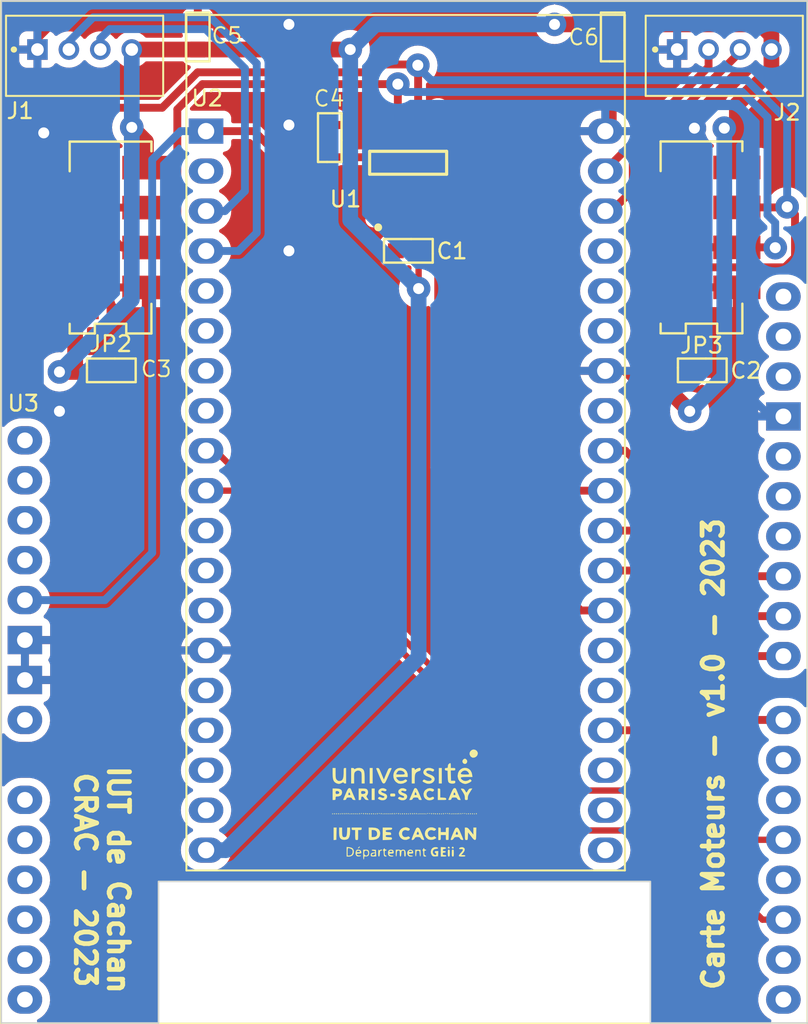
<source format=kicad_pcb>
(kicad_pcb (version 20221018) (generator pcbnew)
  (layers (0 "F.Cu" signal) (31 "B.Cu" signal) (34 "B.Paste" user) (35 "F.Paste" user) (36 "B.SilkS" user "B.Silkscreen") (37 "F.SilkS" user "F.Silkscreen") (38 "B.Mask" user) (39 "F.Mask" user) (44 "Edge.Cuts" user))
  (net 0 "")
  (net 1 "GND")
  (net 2 "+5V")
  (net 3 "/CAN_L")
  (net 4 "/CAN_H")
  (net 5 "/TX CAN")
  (net 6 "/RX CAN")
  (net 18 "+3V3")
  (net 19 "/M1 INA")
  (net 20 "/MOTD_CHA")
  (net 21 "/MOTD_CHB")
  (net 22 "/M1 INB")
  (net 23 "/M1PWM")
  (net 25 "/M1EN_DIAG")
  (net 26 "/M2INA")
  (net 27 "/M2INB")
  (net 28 "/M2PWM")
  (net 29 "/M2EN_DIAG")
  (net 35 "/MOTG_CHA")
  (net 36 "/MOTG_CHB")
  (footprint "Gamel_Trophy_v4re1.IntLib:0603-C" (layer "F.Cu") (at 147.74 78.41 -90)
    (fp_text reference "C4" (at -1.9 1.1 unlocked) (layer "F.SilkS") (effects (font (thickness 0.125)) (justify left bottom)))
    (fp_text value "100nF" hide)
    (pad "1" smd rect (at -0.799996 0.000003 270) (size 1 0.95) (layers "F.Cu" "F.Paste" "F.Mask") (net 1 "GND"))
    (pad "2" smd rect (at 0.800001 0.000003 270) (size 1 0.95) (layers "F.Cu" "F.Paste" "F.Mask") (net 18 "+3V3"))
  )
  (footprint "GROVE:SEEED_110990030" (layer "F.Cu") (at 172.84 72.81)
    (fp_text reference "J2" (at 4 4) (layer "F.SilkS"))
    (fp_text value "Autocom4" hide)
    (pad "1" thru_hole rect (at -3 0) (size 1.308 1.308) (drill 0.8) (layers "*.Cu" "*.Mask") (net 1 "GND"))
    (pad "2" thru_hole circle (at -1 0) (size 1.308 1.308) (drill 0.8) (layers "*.Cu" "*.Mask") (net 20 "/MOTD_CHA"))
    (pad "3" thru_hole circle (at 1 0) (size 1.308 1.308) (drill 0.8) (layers "*.Cu" "*.Mask") (net 21 "/MOTD_CHB"))
    (pad "4" thru_hole circle (at 3 0) (size 1.308 1.308) (drill 0.8) (layers "*.Cu" "*.Mask") (net 2 "+5V"))
  )
  (footprint "Gamel_Trophy_v4re1.IntLib:0603-C" (layer "F.Cu") (at 139.34 72.01 -90)
    (fp_text reference "C5" (at 0.5 -0.8 unlocked) (layer "F.SilkS") (effects (font (thickness 0.125)) (justify left bottom)))
    (fp_text value "100nF" hide)
    (pad "1" smd rect (at -0.799996 0.000003 270) (size 1 0.95) (layers "F.Cu" "F.Paste" "F.Mask") (net 1 "GND"))
    (pad "2" smd rect (at 0.800001 0.000003 270) (size 1 0.95) (layers "F.Cu" "F.Paste" "F.Mask") (net 2 "+5V"))
  )
  (footprint "FootprintGe2:MODULE_ESP32-DEVKITC-32D" (layer "F.Cu") (at 152.5675 97.76)
    (fp_text reference "U2" (at -12.6275 -21.85) (layer "F.SilkS") (effects (font (size 1.000386 1.000386))))
    (fp_text value "ESP32-DEVKITC-32D" hide)
    (pad "1" thru_hole rect (at -12.7 -19.76) (size 2.2 1.6) (drill 1.04) (layers "*.Cu" "*.Mask") (net 18 "+3V3"))
    (pad "2" thru_hole oval (at -12.7 -17.22) (size 2.2 1.6) (drill 1.04) (layers "*.Cu" "*.Mask"))
    (pad "3" thru_hole oval (at -12.7 -14.68) (size 2.2 1.6) (drill 1.04) (layers "*.Cu" "*.Mask") (net 36 "/MOTG_CHB"))
    (pad "4" thru_hole oval (at -12.7 -12.14) (size 2.2 1.6) (drill 1.04) (layers "*.Cu" "*.Mask") (net 35 "/MOTG_CHA"))
    (pad "5" thru_hole oval (at -12.7 -9.6) (size 2.2 1.6) (drill 1.04) (layers "*.Cu" "*.Mask"))
    (pad "6" thru_hole oval (at -12.7 -7.06) (size 2.2 1.6) (drill 1.04) (layers "*.Cu" "*.Mask"))
    (pad "7" thru_hole oval (at -12.7 -4.52) (size 2.2 1.6) (drill 1.04) (layers "*.Cu" "*.Mask"))
    (pad "8" thru_hole oval (at -12.7 -1.98) (size 2.2 1.6) (drill 1.04) (layers "*.Cu" "*.Mask"))
    (pad "9" thru_hole oval (at -12.7 0.56) (size 2.2 1.6) (drill 1.04) (layers "*.Cu" "*.Mask") (net 22 "/M1 INB"))
    (pad "10" thru_hole oval (at -12.7 3.1) (size 2.2 1.6) (drill 1.04) (layers "*.Cu" "*.Mask") (net 19 "/M1 INA"))
    (pad "11" thru_hole oval (at -12.7 5.64) (size 2.2 1.6) (drill 1.04) (layers "*.Cu" "*.Mask"))
    (pad "12" thru_hole oval (at -12.7 8.18) (size 2.2 1.6) (drill 1.04) (layers "*.Cu" "*.Mask"))
    (pad "13" thru_hole oval (at -12.7 10.72) (size 2.2 1.6) (drill 1.04) (layers "*.Cu" "*.Mask"))
    (pad "14" thru_hole oval (at -12.7 13.26) (size 2.2 1.6) (drill 1.04) (layers "*.Cu" "*.Mask") (net 1 "GND"))
    (pad "15" thru_hole oval (at -12.7 15.8) (size 2.2 1.6) (drill 1.04) (layers "*.Cu" "*.Mask"))
    (pad "16" thru_hole oval (at -12.7 18.34) (size 2.2 1.6) (drill 1.04) (layers "*.Cu" "*.Mask"))
    (pad "17" thru_hole oval (at -12.7 20.88) (size 2.2 1.6) (drill 1.04) (layers "*.Cu" "*.Mask"))
    (pad "18" thru_hole oval (at -12.7 23.42) (size 2.2 1.6) (drill 1.04) (layers "*.Cu" "*.Mask"))
    (pad "19" thru_hole oval (at -12.7 25.96) (size 2.2 1.6) (drill 1.04) (layers "*.Cu" "*.Mask") (net 2 "+5V"))
    (pad "20" thru_hole oval (at 12.7 -19.76) (size 2.2 1.6) (drill 1.04) (layers "*.Cu" "*.Mask") (net 1 "GND"))
    (pad "21" thru_hole oval (at 12.7 -17.22) (size 2.2 1.6) (drill 1.04) (layers "*.Cu" "*.Mask") (net 20 "/MOTD_CHA"))
    (pad "22" thru_hole oval (at 12.7 -14.68) (size 2.2 1.6) (drill 1.04) (layers "*.Cu" "*.Mask") (net 21 "/MOTD_CHB"))
    (pad "23" thru_hole oval (at 12.7 -12.14) (size 2.2 1.6) (drill 1.04) (layers "*.Cu" "*.Mask"))
    (pad "24" thru_hole oval (at 12.7 -9.6) (size 2.2 1.6) (drill 1.04) (layers "*.Cu" "*.Mask"))
    (pad "25" thru_hole oval (at 12.7 -7.06) (size 2.2 1.6) (drill 1.04) (layers "*.Cu" "*.Mask"))
    (pad "26" thru_hole oval (at 12.7 -4.52) (size 2.2 1.6) (drill 1.04) (layers "*.Cu" "*.Mask") (net 1 "GND"))
    (pad "27" thru_hole oval (at 12.7 -1.98) (size 2.2 1.6) (drill 1.04) (layers "*.Cu" "*.Mask"))
    (pad "28" thru_hole oval (at 12.7 0.56) (size 2.2 1.6) (drill 1.04) (layers "*.Cu" "*.Mask") (net 28 "/M2PWM"))
    (pad "29" thru_hole oval (at 12.7 3.1) (size 2.2 1.6) (drill 1.04) (layers "*.Cu" "*.Mask") (net 5 "/TX CAN"))
    (pad "30" thru_hole oval (at 12.7 5.64) (size 2.2 1.6) (drill 1.04) (layers "*.Cu" "*.Mask") (net 23 "/M1PWM"))
    (pad "31" thru_hole oval (at 12.7 8.18) (size 2.2 1.6) (drill 1.04) (layers "*.Cu" "*.Mask") (net 27 "/M2INB"))
    (pad "32" thru_hole oval (at 12.7 10.72) (size 2.2 1.6) (drill 1.04) (layers "*.Cu" "*.Mask") (net 6 "/RX CAN"))
    (pad "33" thru_hole oval (at 12.7 13.26) (size 2.2 1.6) (drill 1.04) (layers "*.Cu" "*.Mask"))
    (pad "34" thru_hole oval (at 12.7 15.8) (size 2.2 1.6) (drill 1.04) (layers "*.Cu" "*.Mask"))
    (pad "35" thru_hole oval (at 12.7 18.34) (size 2.2 1.6) (drill 1.04) (layers "*.Cu" "*.Mask") (net 26 "/M2INA"))
    (pad "36" thru_hole oval (at 12.7 20.88) (size 2.2 1.6) (drill 1.04) (layers "*.Cu" "*.Mask"))
    (pad "37" thru_hole oval (at 12.7 23.42) (size 2.2 1.6) (drill 1.04) (layers "*.Cu" "*.Mask"))
    (pad "38" thru_hole oval (at 12.7 25.96) (size 2.2 1.6) (drill 1.04) (layers "*.Cu" "*.Mask"))
  )
  (footprint "new:logo" (layer "F.Cu") (at 152.54 121.71)
    (fp_text reference "G***" hide)
    (fp_text value "LOGO" hide)
  )
  (footprint "C:_ProgramData_Altium_Altium Designer {91CCA5E7-F8A9-4A8E-AA86-1D88F44FA42C}_VaultsFileCache_B7D15EC3-160A-466F-A46C-7801FE6295A7_FB88017A-93AF-48E0-A4ED-AC0901C9B691_Released_FP-C04-057-SN-IPC_A.PcbLib_FP-C04-057-SN-IPC_A" (layer "F.Cu") (at 152.725 80.01 90)
    (fp_text reference "U1" (at -2.9 -5.085 unlocked) (layer "F.SilkS") (effects (justify left bottom)))
    (fp_text value "MCP2562FDT-E/SN" hide)
    (pad "1" smd rect (at -2.417531 -1.905 90) (size 2.377069 0.622132) (layers "F.Cu" "F.Paste" "F.Mask") (net 5 "/TX CAN"))
    (pad "2" smd roundrect (at -2.417531 -0.635 90) (size 2.377069 0.622132) (layers "F.Cu" "F.Paste" "F.Mask") (roundrect_rratio 0.5) (net 1 "GND"))
    (pad "3" smd roundrect (at -2.417531 0.635 90) (size 2.377069 0.622132) (layers "F.Cu" "F.Paste" "F.Mask") (roundrect_rratio 0.5) (net 2 "+5V"))
    (pad "4" smd roundrect (at -2.417531 1.905 90) (size 2.377069 0.622132) (layers "F.Cu" "F.Paste" "F.Mask") (roundrect_rratio 0.5) (net 6 "/RX CAN"))
    (pad "5" smd roundrect (at 2.417531 1.905 90) (size 2.377069 0.622132) (layers "F.Cu" "F.Paste" "F.Mask") (roundrect_rratio 0.5) (net 18 "+3V3"))
    (pad "6" smd roundrect (at 2.417531 0.635 90) (size 2.377069 0.622132) (layers "F.Cu" "F.Paste" "F.Mask") (roundrect_rratio 0.5) (net 3 "/CAN_L"))
    (pad "7" smd roundrect (at 2.417531 -0.635 90) (size 2.377069 0.622132) (layers "F.Cu" "F.Paste" "F.Mask") (roundrect_rratio 0.5) (net 4 "/CAN_H"))
    (pad "8" smd roundrect (at 2.417531 -1.905 90) (size 2.377069 0.622132) (layers "F.Cu" "F.Paste" "F.Mask") (roundrect_rratio 0.5) (net 1 "GND"))
  )
  (footprint "Gamel_Trophy_v4re1.IntLib:0603-C" (layer "F.Cu") (at 133.84 93.21 180)
    (fp_text reference "C3" (at -1.8 -0.5 unlocked) (layer "F.SilkS") (effects (font (thickness 0.125)) (justify left bottom)))
    (fp_text value "100nF" hide)
    (pad "1" smd rect (at -0.799996 0.000003 180) (size 1 0.95) (layers "F.Cu" "F.Paste" "F.Mask") (net 1 "GND"))
    (pad "2" smd rect (at 0.800001 0.000003 180) (size 1 0.95) (layers "F.Cu" "F.Paste" "F.Mask") (net 2 "+5V"))
  )
  (footprint "Gamel_Trophy_v4re1.IntLib:0603-C" (layer "F.Cu") (at 165.74 72.01 90)
    (fp_text reference "C6" (at -0.6 -2.9 unlocked) (layer "F.SilkS") (effects (font (thickness 0.125)) (justify left bottom)))
    (fp_text value "100nF" hide)
    (pad "1" smd rect (at -0.799996 0.000003 90) (size 1 0.95) (layers "F.Cu" "F.Paste" "F.Mask") (net 1 "GND"))
    (pad "2" smd rect (at 0.800001 0.000003 90) (size 1 0.95) (layers "F.Cu" "F.Paste" "F.Mask") (net 2 "+5V"))
  )
  (footprint "micromatch 8P.PcbLib:MM 8 CMS F" (layer "F.Cu") (at 131.54 89.21 -90)
    (fp_text reference "JP2" (at 2.9 -0.8 unlocked) (layer "F.SilkS") (effects (justify left bottom)))
    (fp_text value "Micromatch 8" hide)
    (pad "1" smd rect (at 0 0 270) (size 1.5 3) (layers "F.Cu" "F.Paste" "F.Mask") (net 2 "+5V"))
    (pad "2" smd rect (at -1.27 -4.500001 270) (size 1.5 3) (layers "F.Cu" "F.Paste" "F.Mask") (net 1 "GND"))
    (pad "3" smd rect (at -2.54 0 270) (size 1.5 3) (layers "F.Cu" "F.Paste" "F.Mask") (net 3 "/CAN_L"))
    (pad "4" smd rect (at -3.81 -4.500001 270) (size 1.5 3) (layers "F.Cu" "F.Paste" "F.Mask") (net 4 "/CAN_H"))
    (pad "5" smd rect (at -5.08 0 270) (size 1.5 3) (layers "F.Cu" "F.Paste" "F.Mask") (net 4 "/CAN_H"))
    (pad "6" smd rect (at -6.35 -4.500001 270) (size 1.5 3) (layers "F.Cu" "F.Paste" "F.Mask") (net 3 "/CAN_L"))
    (pad "7" smd rect (at -7.62 0 270) (size 1.499997 3) (layers "F.Cu" "F.Paste" "F.Mask") (net 1 "GND"))
    (pad "8" smd rect (at -8.89 -4.500001 270) (size 1.499997 3) (layers "F.Cu" "F.Paste" "F.Mask") (net 2 "+5V"))
  )
  (footprint "Gamel_Trophy_v4re1.IntLib:0603-C" (layer "F.Cu") (at 171.44 93.21 180)
    (fp_text reference "C2" (at -1.7 -0.6 unlocked) (layer "F.SilkS") (effects (justify left bottom)))
    (fp_text value "100nF" hide)
    (pad "1" smd rect (at -0.799996 0.000003 180) (size 1 0.95) (layers "F.Cu" "F.Paste" "F.Mask") (net 1 "GND"))
    (pad "2" smd rect (at 0.800001 0.000003 180) (size 1 0.95) (layers "F.Cu" "F.Paste" "F.Mask") (net 2 "+5V"))
  )
  (footprint "GROVE:SEEED_110990030" (layer "F.Cu") (at 132.14 72.81)
    (fp_text reference "J1" (at -4.1 3.9) (layer "F.SilkS"))
    (fp_text value "Autocom4")
    (pad "1" thru_hole rect (at -3 0) (size 1.308 1.308) (drill 0.8) (layers "*.Cu" "*.Mask") (net 1 "GND"))
    (pad "2" thru_hole circle (at -1 0) (size 1.308 1.308) (drill 0.8) (layers "*.Cu" "*.Mask") (net 35 "/MOTG_CHA"))
    (pad "3" thru_hole circle (at 1 0) (size 1.308 1.308) (drill 0.8) (layers "*.Cu" "*.Mask") (net 36 "/MOTG_CHB"))
    (pad "4" thru_hole circle (at 3 0) (size 1.308 1.308) (drill 0.8) (layers "*.Cu" "*.Mask") (net 2 "+5V"))
  )
  (footprint "micromatch 8P.PcbLib:MM 8 CMS F" (layer "F.Cu") (at 169.139998 89.2 -90)
    (fp_text reference "JP3" (at 3.01 -0.800002 unlocked) (layer "F.SilkS") (effects (justify left bottom)))
    (fp_text value "Micromatch 8" hide)
    (pad "1" smd rect (at 0 0 270) (size 1.5 3) (layers "F.Cu" "F.Paste" "F.Mask") (net 2 "+5V"))
    (pad "2" smd rect (at -1.27 -4.500002 270) (size 1.5 3) (layers "F.Cu" "F.Paste" "F.Mask") (net 1 "GND"))
    (pad "3" smd rect (at -2.54 0 270) (size 1.5 3) (layers "F.Cu" "F.Paste" "F.Mask") (net 3 "/CAN_L"))
    (pad "4" smd rect (at -3.81 -4.500002 270) (size 1.5 3) (layers "F.Cu" "F.Paste" "F.Mask") (net 4 "/CAN_H"))
    (pad "5" smd rect (at -5.08 0 270) (size 1.5 3) (layers "F.Cu" "F.Paste" "F.Mask") (net 4 "/CAN_H"))
    (pad "6" smd rect (at -6.35 -4.500002 270) (size 1.5 3) (layers "F.Cu" "F.Paste" "F.Mask") (net 3 "/CAN_L"))
    (pad "7" smd rect (at -7.62 0 270) (size 1.499997 3) (layers "F.Cu" "F.Paste" "F.Mask") (net 1 "GND"))
    (pad "8" smd rect (at -8.89 -4.500002 270) (size 1.499997 3) (layers "F.Cu" "F.Paste" "F.Mask") (net 2 "+5V"))
  )
  (footprint "Gamel_Trophy_v4re1.IntLib:0603-C" (layer "F.Cu") (at 152.74 85.609977)
    (fp_text reference "C1" (at 1.7 0.600023 unlocked) (layer "F.SilkS") (effects (justify left bottom)))
    (fp_text value "100nF" hide)
    (pad "1" smd rect (at -0.799996 0.000003) (size 1 0.95) (layers "F.Cu" "F.Paste" "F.Mask") (net 1 "GND"))
    (pad "2" smd rect (at 0.800001 0.000003) (size 1 0.95) (layers "F.Cu" "F.Paste" "F.Mask") (net 2 "+5V"))
  )
  (footprint "FootprintCRAC:POLOLU-2507" (layer "F.Cu") (at 153.741 105.281 -90)
    (fp_text reference "U3" (at -9.971 25.501 unlocked) (layer "F.SilkS"))
    (fp_text value "POLOLU-2507" hide)
    (pad "1" thru_hole oval (at -7.62 25.4) (size 2.2 1.8) (drill 1) (layers "*.Cu" "*.Mask"))
    (pad "2" thru_hole oval (at -5.08 25.4) (size 2.2 1.8) (drill 1) (layers "*.Cu" "*.Mask"))
    (pad "3" thru_hole oval (at -2.54 25.4) (size 2.2 1.8) (drill 1) (layers "*.Cu" "*.Mask"))
    (pad "4" thru_hole oval (at 0 25.4) (size 2.2 1.8) (drill 1) (layers "*.Cu" "*.Mask"))
    (pad "5" thru_hole oval (at 2.54 25.4) (size 2.2 1.8) (drill 1) (layers "*.Cu" "*.Mask") (net 18 "+3V3"))
    (pad "6" thru_hole rect (at 5.08 25.4) (size 2.2 1.8) (drill 1) (layers "*.Cu" "*.Mask") (net 1 "GND"))
    (pad "7" thru_hole rect (at 7.62 25.4) (size 2.2 1.8) (drill 1) (layers "*.Cu" "*.Mask") (net 1 "GND"))
    (pad "8" thru_hole oval (at 10.16 25.4) (size 2.2 1.8) (drill 1) (layers "*.Cu" "*.Mask"))
    (pad "9" thru_hole oval (at 15.24 25.4) (size 2.2 1.8) (drill 1) (layers "*.Cu" "*.Mask"))
    (pad "10" thru_hole oval (at 17.78 25.4) (size 2.2 1.8) (drill 1) (layers "*.Cu" "*.Mask"))
    (pad "11" thru_hole oval (at 20.32 25.4) (size 2.2 1.8) (drill 1) (layers "*.Cu" "*.Mask"))
    (pad "12" thru_hole oval (at 22.86 25.4) (size 2.2 1.8) (drill 1) (layers "*.Cu" "*.Mask"))
    (pad "13" thru_hole oval (at 25.4 25.4) (size 2.2 1.8) (drill 1) (layers "*.Cu" "*.Mask"))
    (pad "14" thru_hole oval (at 27.94 25.4) (size 2.2 1.8) (drill 1) (layers "*.Cu" "*.Mask"))
    (pad "15" thru_hole oval (at 27.94 -22.86) (size 2.2 1.8) (drill 1) (layers "*.Cu" "*.Mask"))
    (pad "16" thru_hole oval (at 25.4 -22.86) (size 2.2 1.8) (drill 1) (layers "*.Cu" "*.Mask"))
    (pad "17" thru_hole oval (at 22.86 -22.86) (size 2.2 1.8) (drill 1) (layers "*.Cu" "*.Mask") (net 19 "/M1 INA"))
    (pad "18" thru_hole oval (at 20.32 -22.86) (size 2.2 1.8) (drill 1) (layers "*.Cu" "*.Mask"))
    (pad "19" thru_hole oval (at 17.78 -22.86) (size 2.2 1.8) (drill 1) (layers "*.Cu" "*.Mask") (net 22 "/M1 INB"))
    (pad "20" thru_hole oval (at 15.24 -22.86) (size 2.2 1.8) (drill 1) (layers "*.Cu" "*.Mask"))
    (pad "21" thru_hole oval (at 12.7 -22.86) (size 2.2 1.8) (drill 1) (layers "*.Cu" "*.Mask") (net 25 "/M1EN_DIAG"))
    (pad "22" thru_hole oval (at 10.16 -22.86) (size 2.2 1.8) (drill 1) (layers "*.Cu" "*.Mask") (net 26 "/M2INA"))
    (pad "23" thru_hole oval (at 6.1 -22.86) (size 2.2 1.8) (drill 1) (layers "*.Cu" "*.Mask") (net 27 "/M2INB"))
    (pad "24" thru_hole oval (at 3.56 -22.86) (size 2.2 1.8) (drill 1) (layers "*.Cu" "*.Mask") (net 23 "/M1PWM"))
    (pad "25" thru_hole oval (at 1.02 -22.86) (size 2.2 1.8) (drill 1) (layers "*.Cu" "*.Mask") (net 28 "/M2PWM"))
    (pad "26" thru_hole oval (at -1.52 -22.86) (size 2.2 1.8) (drill 1) (layers "*.Cu" "*.Mask"))
    (pad "27" thru_hole oval (at -4.06 -22.86) (size 2.2 1.8) (drill 1) (layers "*.Cu" "*.Mask") (net 29 "/M2EN_DIAG"))
    (pad "28" thru_hole oval (at -6.6 -22.86) (size 2.2 1.8) (drill 1) (layers "*.Cu" "*.Mask"))
    (pad "29" thru_hole rect (at -9.14 -22.86) (size 2.2 1.8) (drill 1) (layers "*.Cu" "*.Mask") (net 1 "GND"))
    (pad "30" thru_hole oval (at -11.68 -22.86) (size 2.2 1.8) (drill 1) (layers "*.Cu" "*.Mask"))
    (pad "31" thru_hole oval (at -14.224 -22.86) (size 2.2 1.8) (drill 1) (layers "*.Cu" "*.Mask"))
    (pad "32" thru_hole oval (at -16.764 -22.86) (size 2.2 1.8) (drill 1) (layers "*.Cu" "*.Mask"))
  )
  (gr_poly (pts (xy 178.14 134.71) (xy 168.14 134.71) (xy 168.14 125.71) (xy 136.84 125.71) (xy 136.84 134.71) (xy 126.84 134.71) (xy 126.84 69.71) (xy 178.14 69.71)) (stroke (width 0.1)) (fill none) (layer "Edge.Cuts"))
  (gr_text "IUT de Cachan\nCRAC - 2023" (at 133.24 125.61 270) (layer "F.SilkS") (effects (font (size 1.3 1.3) (thickness 0.3))))
  (gr_text "Carte Moteurs - v1.0 - 2023" (at 172.14 117.61 90) (layer "F.SilkS") (effects (font (size 1.3 1.3) (thickness 0.3))))
  (segment (start 165.740003 72.809996) (end 165.740003 77.527497) (width 0.5) (layer "F.Cu") (net 1))
  (segment (start 169.34 98.01) (end 172.102 98.01) (width 0.5) (layer "F.Cu") (net 1))
  (segment (start 158.340004 71.210004) (end 159.939996 72.809996) (width 0.5) (layer "F.Cu") (net 1))
  (segment (start 134.639996 95.810004) (end 134.64 95.810008) (width 0.5) (layer "F.Cu") (net 1))
  (segment (start 159.939996 72.809996) (end 165.740003 72.809996) (width 0.5) (layer "F.Cu") (net 1))
  (segment (start 166.47 93.24) (end 168.44 95.21) (width 0.5) (layer "F.Cu") (net 1))
  (segment (start 152.09 85.459984) (end 151.940004 85.60998) (width 0.5) (layer "F.Cu") (net 1))
  (segment (start 152.940004 71.210004) (end 158.340004 71.210004) (width 0.5) (layer "F.Cu") (net 1))
  (segment (start 170.94 77.81) (end 170.44 77.81) (width 0.5) (layer "F.Cu") (net 1))
  (segment (start 128.341 110.361) (end 134.591 110.361) (width 0.5) (layer "F.Cu") (net 1))
  (segment (start 135.25 111.02) (end 139.8675 111.02) (width 0.5) (layer "F.Cu") (net 1))
  (segment (start 168.44 97.11) (end 169.34 98.01) (width 0.5) (layer "F.Cu") (net 1))
  (segment (start 134.639996 93.209997) (end 134.639996 95.810004) (width 0.5) (layer "F.Cu") (net 1))
  (segment (start 165.740003 77.527497) (end 165.2675 78) (width 0.5) (layer "F.Cu") (net 1))
  (segment (start 129.14 72.11) (end 129.14 72.81) (width 0.5) (layer "F.Cu") (net 1))
  (segment (start 170.44 77.81) (end 169.139998 79.110002) (width 0.5) (layer "F.Cu") (net 1))
  (segment (start 128.341 110.361) (end 128.341 112.901) (width 0.5) (layer "F.Cu") (net 1))
  (segment (start 129.54 78.11) (end 129.54 79.59) (width 0.5) (layer "F.Cu") (net 1))
  (segment (start 139.339997 71.210004) (end 145.139996 71.210004) (width 0.5) (layer "F.Cu") (net 1))
  (segment (start 147.739997 77.610004) (end 145.140004 77.610004) (width 0.5) (layer "F.Cu") (net 1))
  (segment (start 136.040001 91.809992) (end 134.639996 93.209997) (width 0.5) (layer "F.Cu") (net 1))
  (segment (start 134.64 95.810008) (end 134.64 110.31) (width 0.5) (layer "F.Cu") (net 1))
  (segment (start 136.040001 87.94) (end 136.040001 91.809992) (width 0.5) (layer "F.Cu") (net 1))
  (segment (start 145.14002 85.60998) (end 151.940004 85.60998) (width 0.5) (layer "F.Cu") (net 1))
  (segment (start 129.54 79.59) (end 131.54 81.59) (width 0.5) (layer "F.Cu") (net 1))
  (segment (start 173.64 91.809993) (end 172.239996 93.209997) (width 0.5) (layer "F.Cu") (net 1))
  (segment (start 169.139998 79.110002) (end 169.139998 81.58) (width 0.5) (layer "F.Cu") (net 1))
  (segment (start 176.601 96.141) (end 173.971 96.141) (width 0.5) (layer "F.Cu") (net 1))
  (segment (start 130.039996 71.210004) (end 129.14 72.11) (width 0.5) (layer "F.Cu") (net 1))
  (segment (start 165.2675 93.24) (end 166.47 93.24) (width 0.5) (layer "F.Cu") (net 1))
  (segment (start 165.740003 72.809996) (end 169.839996 72.809996) (width 0.5) (layer "F.Cu") (net 1))
  (segment (start 147.739997 77.610004) (end 150.802465 77.610004) (width 0.5) (layer "F.Cu") (net 1))
  (segment (start 139.339997 71.210004) (end 130.039996 71.210004) (width 0.5) (layer "F.Cu") (net 1))
  (segment (start 134.591 110.361) (end 135.25 111.02) (width 0.5) (layer "F.Cu") (net 1))
  (segment (start 130.54 95.81) (end 134.639992 95.81) (width 0.5) (layer "F.Cu") (net 1))
  (segment (start 152.09 82.427531) (end 152.09 85.459984) (width 0.5) (layer "F.Cu") (net 1))
  (segment (start 172.239996 94.409996) (end 172.239996 93.209997) (width 0.5) (layer "F.Cu") (net 1))
  (segment (start 173.971 96.141) (end 172.239996 94.409996) (width 0.5) (layer "F.Cu") (net 1))
  (segment (start 134.639992 95.81) (end 134.639996 95.810004) (width 0.5) (layer "F.Cu") (net 1))
  (segment (start 169.839996 72.809996) (end 169.84 72.81) (width 0.5) (layer "F.Cu") (net 1))
  (segment (start 145.140004 77.610004) (end 145.14 77.61) (width 0.5) (layer "F.Cu") (net 1))
  (segment (start 145.139996 71.210004) (end 152.940004 71.210004) (width 0.5) (layer "F.Cu") (net 1))
  (segment (start 168.44 95.21) (end 168.44 97.11) (width 0.5) (layer "F.Cu") (net 1))
  (segment (start 145.14 85.61) (end 145.14002 85.60998) (width 0.5) (layer "F.Cu") (net 1))
  (segment (start 173.64 87.93) (end 173.64 91.809993) (width 0.5) (layer "F.Cu") (net 1))
  (segment (start 150.802465 77.610004) (end 150.82 77.592469) (width 0.5) (layer "F.Cu") (net 1))
  (segment (start 172.102 98.01) (end 173.971 96.141) (width 0.5) (layer "F.Cu") (net 1))
  (via (at 170.94 77.81) (size 1.5) (drill 0.7) (layers "F.Cu" "B.Cu") (net 1))
  (via (at 129.54 78.11) (size 1.5) (drill 0.7) (layers "F.Cu" "B.Cu") (net 1))
  (via (at 145.139996 71.210004) (size 1.5) (drill 0.7) (layers "F.Cu" "B.Cu") (net 1))
  (via (at 130.54 95.81) (size 1.5) (drill 0.7) (layers "F.Cu" "B.Cu") (net 1))
  (via (at 145.14 85.61) (size 1.5) (drill 0.7) (layers "F.Cu" "B.Cu") (net 1))
  (via (at 145.14 77.61) (size 1.5) (drill 0.7) (layers "F.Cu" "B.Cu") (net 1))
  (segment (start 145.14 71.210008) (end 145.139996 71.210004) (width 0.5) (layer "B.Cu") (net 1))
  (segment (start 165.2675 78) (end 170.75 78) (width 0.5) (layer "B.Cu") (net 1))
  (segment (start 129.29 78.36) (end 129.54 78.11) (width 0.5) (layer "B.Cu") (net 1))
  (segment (start 129.29 94.56) (end 129.29 78.36) (width 0.5) (layer "B.Cu") (net 1))
  (segment (start 129.14 77.71) (end 129.54 78.11) (width 0.5) (layer "B.Cu") (net 1))
  (segment (start 130.54 95.81) (end 129.29 94.56) (width 0.5) (layer "B.Cu") (net 1))
  (segment (start 172.34 76.41) (end 173.81868 76.41) (width 0.5) (layer "B.Cu") (net 1))
  (segment (start 173.81868 76.41) (end 174.44 77.03132) (width 0.5) (layer "B.Cu") (net 1))
  (segment (start 175.771 96.141) (end 176.601 96.141) (width 0.5) (layer "B.Cu") (net 1))
  (segment (start 174.44 77.03132) (end 174.44 94.81) (width 0.5) (layer "B.Cu") (net 1))
  (segment (start 170.75 78) (end 170.94 77.81) (width 0.5) (layer "B.Cu") (net 1))
  (segment (start 129.14 72.81) (end 129.14 77.71) (width 0.5) (layer "B.Cu") (net 1))
  (segment (start 145.14 77.61) (end 145.14 85.61) (width 0.5) (layer "B.Cu") (net 1))
  (segment (start 174.44 94.81) (end 175.771 96.141) (width 0.5) (layer "B.Cu") (net 1))
  (segment (start 170.94 77.81) (end 172.34 76.41) (width 0.5) (layer "B.Cu") (net 1))
  (segment (start 145.14 77.61) (end 145.14 71.210008) (width 0.5) (layer "B.Cu") (net 1))
  (segment (start 169.239993 93.209997) (end 169.139998 93.110002) (width 1) (layer "F.Cu") (net 2))
  (segment (start 153.3905 88.01) (end 153.3905 85.759481) (width 0.4) (layer "F.Cu") (net 2))
  (segment (start 169.139998 94.309998) (end 170.64 95.81) (width 1) (layer "F.Cu") (net 2))
  (segment (start 153.36 82.427531) (end 153.36 85.429979) (width 0.5) (layer "F.Cu") (net 2))
  (segment (start 169.139998 93.110002) (end 169.139998 94.309998) (width 1) (layer "F.Cu") (net 2))
  (segment (start 131.54 93.31) (end 132.939996 93.31) (width 1) (layer "F.Cu") (net 2))
  (segment (start 136.040001 78.659501) (end 135.14 77.7595) (width 1) (layer "F.Cu") (net 2))
  (segment (start 131.54 89.21) (end 131.54 93.31) (width 1) (layer "F.Cu") (net 2))
  (segment (start 132.939996 93.31) (end 133.039999 93.209997) (width 1) (layer "F.Cu") (net 2))
  (segment (start 165.740003 71.209999) (end 162.04 71.21) (width 1) (layer "F.Cu") (net 2))
  (segment (start 175.84 74.11) (end 175.84 72.81) (width 1) (layer "F.Cu") (net 2))
  (segment (start 173.64 80.31) (end 173.64 77.81) (width 1) (layer "F.Cu") (net 2))
  (segment (start 175.84 71.91) (end 175.84 72.81) (width 1) (layer "F.Cu") (net 2))
  (segment (start 136.040001 80.32) (end 136.040001 78.659501) (width 1) (layer "F.Cu") (net 2))
  (segment (start 173.64 76.31) (end 175.84 74.11) (width 1) (layer "F.Cu") (net 2))
  (segment (start 131.54 93.31) (end 130.54 93.31) (width 1) (layer "F.Cu") (net 2))
  (segment (start 169.139998 89.2) (end 169.139998 93.110002) (width 1) (layer "F.Cu") (net 2))
  (segment (start 175.139999 71.209999) (end 175.84 71.91) (width 1) (layer "F.Cu") (net 2))
  (segment (start 153.3905 85.759481) (end 153.540001 85.60998) (width 0.4) (layer "F.Cu") (net 2))
  (segment (start 172.84 77.81) (end 173.64 77.81) (width 1) (layer "F.Cu") (net 2))
  (segment (start 170.639999 93.209997) (end 169.239993 93.209997) (width 1) (layer "F.Cu") (net 2))
  (segment (start 153.36 85.429979) (end 153.540001 85.60998) (width 0.5) (layer "F.Cu") (net 2))
  (segment (start 165.740003 71.209999) (end 175.139999 71.209999) (width 1) (layer "F.Cu") (net 2))
  (segment (start 135.14 72.81) (end 149.04 72.81) (width 1) (layer "F.Cu") (net 2))
  (segment (start 173.64 77.81) (end 173.64 76.31) (width 1) (layer "F.Cu") (net 2))
  (via (at 153.3905 88.01) (size 1.5) (drill 0.7) (layers "F.Cu" "B.Cu") (net 2))
  (via (at 172.84 77.81) (size 1.5) (drill 0.7) (layers "F.Cu" "B.Cu") (net 2))
  (via (at 170.64 95.81) (size 1.5) (drill 0.7) (layers "F.Cu" "B.Cu") (net 2))
  (via (at 149.04 72.81) (size 1.5) (drill 0.7) (layers "F.Cu" "B.Cu") (net 2))
  (via (at 135.14 77.7595) (size 1.5) (drill 0.7) (layers "F.Cu" "B.Cu") (net 2))
  (via (at 130.54 93.31) (size 1.5) (drill 0.7) (layers "F.Cu" "B.Cu") (net 2))
  (via (at 162.04 71.21) (size 1.5) (drill 0.7) (layers "F.Cu" "B.Cu") (net 2))
  (segment (start 149.04 83.6595) (end 153.3905 88.01) (width 1) (layer "B.Cu") (net 2))
  (segment (start 141.13 123.72) (end 139.8675 123.72) (width 1) (layer "B.Cu") (net 2))
  (segment (start 153.3905 111.4595) (end 141.13 123.72) (width 1) (layer "B.Cu") (net 2))
  (segment (start 150.64 71.21) (end 149.04 72.81) (width 1) (layer "B.Cu") (net 2))
  (segment (start 162.04 71.21) (end 150.64 71.21) (width 1) (layer "B.Cu") (net 2))
  (segment (start 135.14 77.7595) (end 135.14 88.71) (width 1) (layer "B.Cu") (net 2))
  (segment (start 135.14 72.81) (end 135.14 77.7595) (width 1) (layer "B.Cu") (net 2))
  (segment (start 153.3905 88.01) (end 153.3905 111.4595) (width 1) (layer "B.Cu") (net 2))
  (segment (start 135.14 88.71) (end 130.54 93.31) (width 1) (layer "B.Cu") (net 2))
  (segment (start 172.84 77.81) (end 172.84 93.61) (width 1) (layer "B.Cu") (net 2))
  (segment (start 149.04 72.81) (end 149.04 83.6595) (width 1) (layer "B.Cu") (net 2))
  (segment (start 172.84 93.61) (end 170.64 95.81) (width 1) (layer "B.Cu") (net 2))
  (segment (start 177.34 83.31) (end 177.34 86.01) (width 0.5) (layer "F.Cu") (net 3))
  (segment (start 129.5 86.67) (end 131.54 86.67) (width 0.5) (layer "F.Cu") (net 3))
  (segment (start 128.24 85.41) (end 129.5 86.67) (width 0.5) (layer "F.Cu") (net 3))
  (segment (start 137.07934 76.51) (end 129.34 76.51) (width 0.5) (layer "F.Cu") (net 3))
  (segment (start 128.29 82.86) (end 136.040001 82.86) (width 0.5) (layer "F.Cu") (net 3))
  (segment (start 150.24 74.26) (end 139.32934 74.26) (width 0.5) (layer "F.Cu") (net 3))
  (segment (start 153.34 73.81) (end 153.341294 73.808706) (width 0.5) (layer "F.Cu") (net 3))
  (segment (start 173.64 82.85) (end 176.88 82.85) (width 0.5) (layer "F.Cu") (net 3))
  (segment (start 153.36 73.83) (end 153.34 73.81) (width 0.5) (layer "F.Cu") (net 3))
  (segment (start 129.34 76.51) (end 128.24 77.61) (width 0.5) (layer "F.Cu") (net 3))
  (segment (start 128.24 77.61) (end 128.24 85.41) (width 0.5) (layer "F.Cu") (net 3))
  (segment (start 139.32934 74.26) (end 137.07934 76.51) (width 0.5) (layer "F.Cu") (net 3))
  (segment (start 153.36 77.592469) (end 153.36 73.83) (width 0.5) (layer "F.Cu") (net 3))
  (segment (start 153.341294 73.808706) (end 153.34137 73.808706) (width 0.5) (layer "F.Cu") (net 3))
  (segment (start 176.69 86.66) (end 169.139998 86.66) (width 0.5) (layer "F.Cu") (net 3))
  (segment (start 177.34 86.01) (end 176.69 86.66) (width 0.5) (layer "F.Cu") (net 3))
  (segment (start 176.88 82.85) (end 177.34 83.31) (width 0.5) (layer "F.Cu") (net 3))
  (segment (start 150.74 73.76) (end 150.24 74.26) (width 0.5) (layer "F.Cu") (net 3))
  (segment (start 153.292664 73.76) (end 150.74 73.76) (width 0.5) (layer "F.Cu") (net 3))
  (segment (start 153.34137 73.808706) (end 153.292664 73.76) (width 0.5) (layer "F.Cu") (net 3))
  (via (at 176.84 82.81) (size 1.5) (drill 0.7) (layers "F.Cu" "B.Cu") (net 3))
  (via (at 153.34137 73.808706) (size 1.5) (drill 0.7) (layers "F.Cu" "B.Cu") (net 3))
  (segment (start 153.34137 73.808706) (end 153.34137 73.91137) (width 0.5) (layer "B.Cu") (net 3))
  (segment (start 176.84 77.31) (end 176.84 82.81) (width 0.5) (layer "B.Cu") (net 3))
  (segment (start 154.19 74.76) (end 174.29 74.76) (width 0.5) (layer "B.Cu") (net 3))
  (segment (start 153.34137 73.91137) (end 154.19 74.76) (width 0.5) (layer "B.Cu") (net 3))
  (segment (start 174.29 74.76) (end 176.84 77.31) (width 0.5) (layer "B.Cu") (net 3))
  (segment (start 138.04 84.91) (end 137.55 85.4) (width 0.5) (layer "F.Cu") (net 4))
  (segment (start 137.55 85.4) (end 136.040001 85.4) (width 0.5) (layer "F.Cu") (net 4))
  (segment (start 138.04 76.61) (end 138.04 84.91) (width 0.5) (layer "F.Cu") (net 4))
  (segment (start 136.040001 85.4) (end 134.53 85.4) (width 0.5) (layer "F.Cu") (net 4))
  (segment (start 176.08172 85.36828) (end 176.08172 85.4105) (width 0.5) (layer "F.Cu") (net 4))
  (segment (start 139.64 75.01) (end 138.04 76.61) (width 0.5) (layer "F.Cu") (net 4))
  (segment (start 176.06 85.39) (end 176.24 85.21) (width 0.5) (layer "F.Cu") (net 4))
  (segment (start 173.64 85.39) (end 176.06 85.39) (width 0.5) (layer "F.Cu") (net 4))
  (segment (start 152.0695 75.01) (end 139.64 75.01) (width 0.5) (layer "F.Cu") (net 4))
  (segment (start 173.64 85.39) (end 172.02 85.39) (width 0.5) (layer "F.Cu") (net 4))
  (segment (start 176.24 85.21) (end 176.08172 85.36828) (width 0.5) (layer "F.Cu") (net 4))
  (segment (start 133.26 84.13) (end 131.54 84.13) (width 0.5) (layer "F.Cu") (net 4))
  (segment (start 134.53 85.4) (end 133.26 84.13) (width 0.5) (layer "F.Cu") (net 4))
  (segment (start 172.02 85.39) (end 170.75 84.12) (width 0.5) (layer "F.Cu") (net 4))
  (segment (start 170.75 84.12) (end 169.139998 84.12) (width 0.5) (layer "F.Cu") (net 4))
  (segment (start 152.0695 75.01) (end 152.0695 77.571969) (width 0.5) (layer "F.Cu") (net 4))
  (segment (start 152.0695 77.571969) (end 152.09 77.592469) (width 0.5) (layer "F.Cu") (net 4))
  (via (at 176.08172 85.4105) (size 1.5) (drill 0.7) (layers "F.Cu" "B.Cu") (net 4))
  (via (at 152.0695 75.01) (size 1.5) (drill 0.7) (layers "F.Cu" "B.Cu") (net 4))
  (segment (start 175.59 83.327767) (end 175.59 77.12066) (width 0.5) (layer "B.Cu") (net 4))
  (segment (start 175.59 77.12066) (end 173.97934 75.51) (width 0.5) (layer "B.Cu") (net 4))
  (segment (start 152.5695 75.51) (end 152.0695 75.01) (width 0.5) (layer "B.Cu") (net 4))
  (segment (start 176.08172 85.4105) (end 176.08172 83.819487) (width 0.5) (layer "B.Cu") (net 4))
  (segment (start 176.08172 83.819487) (end 175.59 83.327767) (width 0.5) (layer "B.Cu") (net 4))
  (segment (start 173.97934 75.51) (end 152.5695 75.51) (width 0.5) (layer "B.Cu") (net 4))
  (segment (start 151.14 80.41) (end 155.54 80.41) (width 0.5) (layer "F.Cu") (net 5))
  (segment (start 162.29 100.86) (end 165.2675 100.86) (width 0.5) (layer "F.Cu") (net 5))
  (segment (start 157.14 82.01) (end 157.14 95.71) (width 0.5) (layer "F.Cu") (net 5))
  (segment (start 150.82 80.73) (end 151.14 80.41) (width 0.5) (layer "F.Cu") (net 5))
  (segment (start 150.82 82.427531) (end 150.82 80.73) (width 0.5) (layer "F.Cu") (net 5))
  (segment (start 155.54 80.41) (end 157.14 82.01) (width 0.5) (layer "F.Cu") (net 5))
  (segment (start 157.14 95.71) (end 162.29 100.86) (width 0.5) (layer "F.Cu") (net 5))
  (segment (start 154.64 99.41) (end 154.64 82.437531) (width 0.5) (layer "F.Cu") (net 6))
  (segment (start 154.64 82.437531) (end 154.63 82.427531) (width 0.5) (layer "F.Cu") (net 6))
  (segment (start 165.2675 108.48) (end 163.71 108.48) (width 0.5) (layer "F.Cu") (net 6))
  (segment (start 163.71 108.48) (end 154.64 99.41) (width 0.5) (layer "F.Cu") (net 6))
  (segment (start 142.93 78) (end 139.8675 78) (width 0.5) (layer "F.Cu") (net 18))
  (segment (start 154.63 77.592469) (end 154.63 78.92) (width 0.5) (layer "F.Cu") (net 18))
  (segment (start 154.63 78.92) (end 153.89 79.66) (width 0.5) (layer "F.Cu") (net 18))
  (segment (start 144.59 79.66) (end 142.93 78) (width 0.5) (layer "F.Cu") (net 18))
  (segment (start 153.89 79.66) (end 144.59 79.66) (width 0.5) (layer "F.Cu") (net 18))
  (segment (start 128.341 107.821) (end 133.429 107.821) (width 0.5) (layer "B.Cu") (net 18))
  (segment (start 136.44 79.81) (end 138.25 78) (width 0.5) (layer "B.Cu") (net 18))
  (segment (start 136.44 104.81) (end 136.44 79.81) (width 0.5) (layer "B.Cu") (net 18))
  (segment (start 138.25 78) (end 139.8675 78) (width 0.5) (layer "B.Cu") (net 18))
  (segment (start 133.429 107.821) (end 136.44 104.81) (width 0.5) (layer "B.Cu") (net 18))
  (segment (start 175.271 128.141) (end 169.6 122.47) (width 0.4) (layer "F.Cu") (net 19))
  (segment (start 163.7 122.47) (end 142.09 100.86) (width 0.4) (layer "F.Cu") (net 19))
  (segment (start 169.6 122.47) (end 163.7 122.47) (width 0.4) (layer "F.Cu") (net 19))
  (segment (start 142.09 100.86) (end 139.8675 100.86) (width 0.4) (layer "F.Cu") (net 19))
  (segment (start 176.601 128.141) (end 175.271 128.141) (width 0.4) (layer "F.Cu") (net 19))
  (segment (start 171.84 72.81) (end 171.84 73.91) (width 0.5) (layer "F.Cu") (net 20))
  (segment (start 171.84 73.91) (end 165.2675 80.4825) (width 0.5) (layer "F.Cu") (net 20))
  (segment (start 165.2675 80.4825) (end 165.2675 80.54) (width 0.5) (layer "F.Cu") (net 20))
  (segment (start 167.0175 79.79316) (end 167.0175 81.7325) (width 0.5) (layer "F.Cu") (net 21))
  (segment (start 173.84 72.97066) (end 167.0175 79.79316) (width 0.5) (layer "F.Cu") (net 21))
  (segment (start 165.67 83.08) (end 165.2675 83.08) (width 0.5) (layer "F.Cu") (net 21))
  (segment (start 173.84 72.81) (end 173.84 72.97066) (width 0.5) (layer "F.Cu") (net 21))
  (segment (start 167.0175 81.7325) (end 165.67 83.08) (width 0.5) (layer "F.Cu") (net 21))
  (segment (start 172.191 123.061) (end 169.06 119.93) (width 0.4) (layer "F.Cu") (net 22))
  (segment (start 176.601 123.061) (end 172.191 123.061) (width 0.4) (layer "F.Cu") (net 22))
  (segment (start 140.469238 98.32) (end 139.8675 98.32) (width 0.4) (layer "F.Cu") (net 22))
  (segment (start 162.079238 119.93) (end 140.469238 98.32) (width 0.4) (layer "F.Cu") (net 22))
  (segment (start 169.06 119.93) (end 162.079238 119.93) (width 0.4) (layer "F.Cu") (net 22))
  (segment (start 165.2675 103.4) (end 168.63 103.4) (width 0.5) (layer "F.Cu") (net 23))
  (segment (start 168.63 103.4) (end 174.071 108.841) (width 0.5) (layer "F.Cu") (net 23))
  (segment (start 174.071 108.841) (end 176.601 108.841) (width 0.5) (layer "F.Cu") (net 23))
  (segment (start 170.95 116.1) (end 171.609 115.441) (width 0.5) (layer "F.Cu") (net 26))
  (segment (start 171.609 115.441) (end 176.601 115.441) (width 0.5) (layer "F.Cu") (net 26))
  (segment (start 165.2675 116.1) (end 170.95 116.1) (width 0.5) (layer "F.Cu") (net 26))
  (segment (start 173.911 111.381) (end 176.601 111.381) (width 0.5) (layer "F.Cu") (net 27))
  (segment (start 168.47 105.94) (end 173.911 111.381) (width 0.5) (layer "F.Cu") (net 27))
  (segment (start 165.2675 105.94) (end 168.47 105.94) (width 0.5) (layer "F.Cu") (net 27))
  (segment (start 166.55 98.32) (end 174.531 106.301) (width 0.5) (layer "F.Cu") (net 28))
  (segment (start 165.2675 98.32) (end 166.55 98.32) (width 0.5) (layer "F.Cu") (net 28))
  (segment (start 174.531 106.301) (end 176.601 106.301) (width 0.5) (layer "F.Cu") (net 28))
  (segment (start 141.93 85.62) (end 139.8675 85.62) (width 0.5) (layer "B.Cu") (net 35))
  (segment (start 143.09 84.46) (end 141.93 85.62) (width 0.5) (layer "B.Cu") (net 35))
  (segment (start 131.14 72.81) (end 131.14 72.31) (width 0.5) (layer "B.Cu") (net 35))
  (segment (start 132.69 70.76) (end 140.15066 70.76) (width 0.5) (layer "B.Cu") (net 35))
  (segment (start 143.09 73.69934) (end 143.09 84.46) (width 0.5) (layer "B.Cu") (net 35))
  (segment (start 131.14 72.31) (end 132.69 70.76) (width 0.5) (layer "B.Cu") (net 35))
  (segment (start 140.15066 70.76) (end 143.09 73.69934) (width 0.5) (layer "B.Cu") (net 35))
  (segment (start 133.74 71.51) (end 139.84 71.51) (width 0.5) (layer "B.Cu") (net 36))
  (segment (start 133.14 72.81) (end 133.14 72.11) (width 0.5) (layer "B.Cu") (net 36))
  (segment (start 141.07 83.08) (end 139.8675 83.08) (width 0.5) (layer "B.Cu") (net 36))
  (segment (start 142.34 81.81) (end 141.07 83.08) (width 0.5) (layer "B.Cu") (net 36))
  (segment (start 139.84 71.51) (end 142.34 74.01) (width 0.5) (layer "B.Cu") (net 36))
  (segment (start 133.14 72.11) (end 133.74 71.51) (width 0.5) (layer "B.Cu") (net 36))
  (segment (start 142.34 74.01) (end 142.34 81.81) (width 0.5) (layer "B.Cu") (net 36))
  (zone (net 1) (net_name "GND") (layers "F&B.Cu") (connect_pads (clearance 0)) (min_thickness 0.254) (fill yes (thermal_gap 0.508) (thermal_bridge_width 0.508))
    (polygon (pts (xy 178.14 134.71) (xy 168.14 134.71) (xy 168.14 125.71) (xy 136.84 125.71) (xy 136.84 134.71) (xy 126.84 134.71) (xy 126.84 69.71) (xy 178.14 69.71)))
  )
)
</source>
